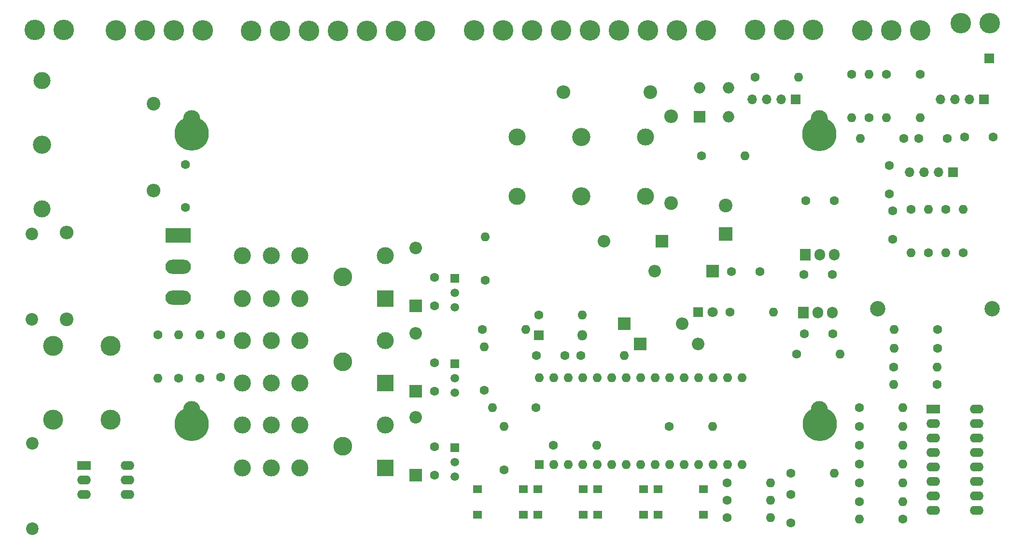
<source format=gbr>
%TF.GenerationSoftware,KiCad,Pcbnew,(5.1.10)-1*%
%TF.CreationDate,2021-10-30T11:26:45+02:00*%
%TF.ProjectId,portail_jc,706f7274-6169-46c5-9f6a-632e6b696361,rev?*%
%TF.SameCoordinates,Original*%
%TF.FileFunction,Soldermask,Top*%
%TF.FilePolarity,Negative*%
%FSLAX46Y46*%
G04 Gerber Fmt 4.6, Leading zero omitted, Abs format (unit mm)*
G04 Created by KiCad (PCBNEW (5.1.10)-1) date 2021-10-30 11:26:45*
%MOMM*%
%LPD*%
G01*
G04 APERTURE LIST*
%ADD10O,1.600000X1.600000*%
%ADD11C,1.600000*%
%ADD12O,2.200000X2.200000*%
%ADD13R,2.200000X2.200000*%
%ADD14C,3.500000*%
%ADD15C,2.200000*%
%ADD16O,1.700000X1.700000*%
%ADD17R,1.700000X1.700000*%
%ADD18C,3.600000*%
%ADD19R,1.600000X1.400000*%
%ADD20O,2.400000X2.400000*%
%ADD21C,2.400000*%
%ADD22C,3.300000*%
%ADD23C,3.000000*%
%ADD24R,3.000000X3.000000*%
%ADD25O,2.400000X1.600000*%
%ADD26R,2.400000X1.600000*%
%ADD27C,2.700000*%
%ADD28O,1.905000X2.000000*%
%ADD29R,1.905000X2.000000*%
%ADD30C,6.000000*%
%ADD31O,1.800000X1.800000*%
%ADD32R,1.800000X1.800000*%
%ADD33R,1.600000X1.600000*%
%ADD34R,2.400000X2.400000*%
%ADD35O,2.000000X2.000000*%
%ADD36R,2.000000X2.000000*%
%ADD37C,1.800000*%
%ADD38C,3.200000*%
%ADD39C,1.500000*%
%ADD40R,1.500000X1.500000*%
%ADD41R,4.500000X2.500000*%
%ADD42O,4.500000X2.500000*%
G04 APERTURE END LIST*
D10*
%TO.C,R41*%
X172720000Y-119126000D03*
D11*
X165100000Y-119126000D03*
%TD*%
%TO.C,C20*%
X234235000Y-65278000D03*
X229235000Y-65278000D03*
%TD*%
%TO.C,C19*%
X224028000Y-74977000D03*
X224028000Y-69977000D03*
%TD*%
%TO.C,C1*%
X224663000Y-82978000D03*
X224663000Y-77978000D03*
%TD*%
D12*
%TO.C,D3*%
X182880000Y-88500000D03*
D13*
X193040000Y-88500000D03*
%TD*%
D10*
%TO.C,R40*%
X198755000Y-68326000D03*
D11*
X191135000Y-68326000D03*
%TD*%
D14*
%TO.C,FL1*%
X87438000Y-114632000D03*
X87438000Y-101632000D03*
X77438000Y-114632000D03*
X77438000Y-101632000D03*
%TD*%
D11*
%TO.C,R22*%
X103124000Y-107315000D03*
D10*
X103124000Y-99695000D03*
%TD*%
%TO.C,R20*%
X99441000Y-99695000D03*
D11*
X99441000Y-107315000D03*
%TD*%
D15*
%TO.C,C18*%
X73787000Y-133745000D03*
X73787000Y-118745000D03*
%TD*%
%TO.C,C5*%
X73660000Y-82042000D03*
X73660000Y-97042000D03*
%TD*%
D16*
%TO.C,J8*%
X233045000Y-58420000D03*
X235585000Y-58420000D03*
X238125000Y-58420000D03*
D17*
X240665000Y-58420000D03*
%TD*%
D16*
%TO.C,J7*%
X227580000Y-71179500D03*
X230120000Y-71179500D03*
X232660000Y-71179500D03*
D17*
X235200000Y-71179500D03*
%TD*%
D16*
%TO.C,J11*%
X200025000Y-58420000D03*
X202565000Y-58420000D03*
X205105000Y-58420000D03*
D17*
X207645000Y-58420000D03*
%TD*%
D18*
%TO.C,J2*%
X103632000Y-46291500D03*
X98552000Y-46291500D03*
X93472000Y-46291500D03*
X88392000Y-46291500D03*
%TD*%
%TO.C,J4*%
X191833500Y-46291500D03*
X186753500Y-46291500D03*
X181673500Y-46291500D03*
X176593500Y-46291500D03*
X171513500Y-46291500D03*
X166433500Y-46291500D03*
X161353500Y-46291500D03*
X156273500Y-46291500D03*
X151193500Y-46291500D03*
%TD*%
%TO.C,J3*%
X142621000Y-46355000D03*
X137541000Y-46355000D03*
X132461000Y-46355000D03*
X127381000Y-46355000D03*
X122301000Y-46355000D03*
X117221000Y-46355000D03*
X112141000Y-46355000D03*
%TD*%
D10*
%TO.C,R5*%
X203200000Y-125730000D03*
D11*
X195580000Y-125730000D03*
%TD*%
D19*
%TO.C,Bp-Ent1*%
X183452000Y-131282000D03*
X191452000Y-131282000D03*
X183452000Y-126782000D03*
X191452000Y-126782000D03*
%TD*%
D10*
%TO.C,R39*%
X156464000Y-115824000D03*
D11*
X156464000Y-123444000D03*
%TD*%
D19*
%TO.C,BpEch1*%
X151829000Y-131282000D03*
X159829000Y-131282000D03*
X151829000Y-126782000D03*
X159829000Y-126782000D03*
%TD*%
D20*
%TO.C,D10*%
X166878000Y-57150000D03*
D21*
X182118000Y-57150000D03*
%TD*%
D20*
%TO.C,D4*%
X185801000Y-61341000D03*
D21*
X185801000Y-76581000D03*
%TD*%
D20*
%TO.C,D1*%
X79756000Y-81788000D03*
D21*
X79756000Y-97028000D03*
%TD*%
D10*
%TO.C,R38*%
X218821000Y-132080000D03*
D11*
X226441000Y-132080000D03*
%TD*%
D19*
%TO.C,Bp+1*%
X172911000Y-131282000D03*
X180911000Y-131282000D03*
X172911000Y-126782000D03*
X180911000Y-126782000D03*
%TD*%
%TO.C,Bp-1*%
X162370000Y-131301000D03*
X170370000Y-131301000D03*
X162370000Y-126801000D03*
X170370000Y-126801000D03*
%TD*%
D10*
%TO.C,R37*%
X229489000Y-61595000D03*
D11*
X229489000Y-53975000D03*
%TD*%
D22*
%TO.C,K4*%
X128181100Y-119301500D03*
D23*
X110636000Y-123048000D03*
X115636000Y-115548000D03*
X120636000Y-123048000D03*
X120636000Y-115548000D03*
X110636000Y-115548000D03*
X115636000Y-123048000D03*
X135636000Y-115548000D03*
D24*
X135636000Y-123048000D03*
%TD*%
D22*
%TO.C,K3*%
X128181100Y-104442500D03*
D23*
X110636000Y-108189000D03*
X115636000Y-100689000D03*
X120636000Y-108189000D03*
X120636000Y-100689000D03*
X110636000Y-100689000D03*
X115636000Y-108189000D03*
X135636000Y-100689000D03*
D24*
X135636000Y-108189000D03*
%TD*%
D22*
%TO.C,K2*%
X128181100Y-89583500D03*
D23*
X110636000Y-93330000D03*
X115636000Y-85830000D03*
X120636000Y-93330000D03*
X120636000Y-85830000D03*
X110636000Y-85830000D03*
X115636000Y-93330000D03*
X135636000Y-85830000D03*
D24*
X135636000Y-93330000D03*
%TD*%
D11*
%TO.C,C14*%
X144272000Y-119318000D03*
X144272000Y-124318000D03*
%TD*%
%TO.C,C13*%
X144272000Y-104586000D03*
X144272000Y-109586000D03*
%TD*%
%TO.C,C12*%
X144272000Y-89600000D03*
X144272000Y-94600000D03*
%TD*%
D10*
%TO.C,R23*%
X203200000Y-131826000D03*
D11*
X195580000Y-131826000D03*
%TD*%
D10*
%TO.C,R36*%
X233934000Y-85344000D03*
D11*
X233934000Y-77724000D03*
%TD*%
D10*
%TO.C,R27*%
X227838000Y-85344000D03*
D11*
X227838000Y-77724000D03*
%TD*%
%TO.C,C15*%
X209376000Y-76200000D03*
X214376000Y-76200000D03*
%TD*%
D10*
%TO.C,R6*%
X153162000Y-82550000D03*
D11*
X153162000Y-90170000D03*
%TD*%
D25*
%TO.C,U2*%
X239370000Y-112750000D03*
X231750000Y-130530000D03*
X239370000Y-115290000D03*
X231750000Y-127990000D03*
X239370000Y-117830000D03*
X231750000Y-125450000D03*
X239370000Y-120370000D03*
X231750000Y-122910000D03*
X239370000Y-122910000D03*
X231750000Y-120370000D03*
X239370000Y-125450000D03*
X231750000Y-117830000D03*
X239370000Y-127990000D03*
X231750000Y-115290000D03*
X239370000Y-130530000D03*
D26*
X231750000Y-112750000D03*
%TD*%
D11*
%TO.C,C16*%
X196342000Y-88646000D03*
X201342000Y-88646000D03*
%TD*%
D27*
%TO.C,H10*%
X242058000Y-95130000D03*
%TD*%
%TO.C,H9*%
X222000000Y-95130000D03*
%TD*%
D28*
%TO.C,U4*%
X214376000Y-85700000D03*
X211836000Y-85700000D03*
D29*
X209296000Y-85700000D03*
%TD*%
D11*
%TO.C,C10*%
X162132000Y-103378000D03*
X167132000Y-103378000D03*
%TD*%
%TO.C,C9*%
X214042000Y-89154000D03*
X209042000Y-89154000D03*
%TD*%
D23*
%TO.C,H3*%
X211759500Y-61800000D03*
%TD*%
D30*
%TO.C,H5*%
X211800000Y-64516000D03*
%TD*%
D23*
%TO.C,H1*%
X101743500Y-61800000D03*
%TD*%
D30*
%TO.C,H6*%
X101700000Y-64400000D03*
%TD*%
D23*
%TO.C,H2*%
X101743500Y-112800000D03*
%TD*%
D30*
%TO.C,H8*%
X101663500Y-115400000D03*
%TD*%
D23*
%TO.C,H4*%
X211783500Y-112800000D03*
%TD*%
D30*
%TO.C,H7*%
X211876000Y-115400000D03*
%TD*%
D12*
%TO.C,D5*%
X187706000Y-97790000D03*
D13*
X177546000Y-97790000D03*
%TD*%
D10*
%TO.C,R35*%
X223520000Y-61595000D03*
D11*
X223520000Y-53975000D03*
%TD*%
D10*
%TO.C,R34*%
X220472000Y-53975000D03*
D11*
X220472000Y-61595000D03*
%TD*%
D10*
%TO.C,R33*%
X217424000Y-61595000D03*
D11*
X217424000Y-53975000D03*
%TD*%
%TO.C,C8*%
X206750000Y-132750000D03*
X206750000Y-127750000D03*
%TD*%
%TO.C,C7*%
X242236000Y-65024000D03*
X237236000Y-65024000D03*
%TD*%
D31*
%TO.C,D14*%
X170180000Y-99822000D03*
D32*
X162560000Y-99822000D03*
%TD*%
D10*
%TO.C,R32*%
X160274000Y-98806000D03*
D11*
X152654000Y-98806000D03*
%TD*%
D10*
%TO.C,R31*%
X177546000Y-103378000D03*
D11*
X169926000Y-103378000D03*
%TD*%
%TO.C,R3*%
X207772000Y-103124000D03*
D10*
X215392000Y-103124000D03*
%TD*%
D12*
%TO.C,D13*%
X190500000Y-101346000D03*
D13*
X180340000Y-101346000D03*
%TD*%
D33*
%TO.C,A1*%
X162623500Y-122491500D03*
D10*
X195643500Y-107251500D03*
X165163500Y-122491500D03*
X193103500Y-107251500D03*
X167703500Y-122491500D03*
X190563500Y-107251500D03*
X170243500Y-122491500D03*
X188023500Y-107251500D03*
X172783500Y-122491500D03*
X185483500Y-107251500D03*
X175323500Y-122491500D03*
X182943500Y-107251500D03*
X177863500Y-122491500D03*
X180403500Y-107251500D03*
X180403500Y-122491500D03*
X177863500Y-107251500D03*
X182943500Y-122491500D03*
X175323500Y-107251500D03*
X185483500Y-122491500D03*
X172783500Y-107251500D03*
X188023500Y-122491500D03*
X170243500Y-107251500D03*
X190563500Y-122491500D03*
X167703500Y-107251500D03*
X193103500Y-122491500D03*
X165163500Y-107251500D03*
X195643500Y-122491500D03*
X162623500Y-107251500D03*
X198183500Y-122491500D03*
X198183500Y-107251500D03*
%TD*%
%TO.C,R30*%
X170180000Y-96266000D03*
D11*
X162560000Y-96266000D03*
%TD*%
D20*
%TO.C,R29*%
X94996000Y-74422000D03*
D21*
X94996000Y-59182000D03*
%TD*%
D11*
%TO.C,C6*%
X106807000Y-99688000D03*
X106807000Y-107188000D03*
%TD*%
%TO.C,C3*%
X100584000Y-77350000D03*
X100584000Y-69850000D03*
%TD*%
D34*
%TO.C,C2*%
X195326000Y-82042000D03*
D21*
X195326000Y-77042000D03*
%TD*%
D11*
%TO.C,C4*%
X209122000Y-99568000D03*
X214122000Y-99568000D03*
%TD*%
D35*
%TO.C,D2*%
X190754000Y-56388000D03*
X195834000Y-61468000D03*
X195834000Y-56388000D03*
D36*
X190754000Y-61468000D03*
%TD*%
D13*
%TO.C,D7*%
X140970000Y-94600000D03*
D12*
X140970000Y-84440000D03*
%TD*%
%TO.C,D8*%
X140970000Y-99426000D03*
D13*
X140970000Y-109586000D03*
%TD*%
D32*
%TO.C,D9*%
X190500000Y-95758000D03*
D37*
X193040000Y-95758000D03*
%TD*%
D13*
%TO.C,D11*%
X140970000Y-124318000D03*
D12*
X140970000Y-114158000D03*
%TD*%
D13*
%TO.C,D12*%
X184150000Y-83312000D03*
D12*
X173990000Y-83312000D03*
%TD*%
D38*
%TO.C,F1*%
X75438000Y-66368000D03*
D23*
X75438000Y-77618000D03*
X75438000Y-55118000D03*
%TD*%
%TO.C,F2*%
X158750000Y-65024000D03*
X181250000Y-65024000D03*
D38*
X170000000Y-65024000D03*
%TD*%
D23*
%TO.C,F4*%
X181283500Y-75438000D03*
X158783500Y-75438000D03*
D38*
X170033500Y-75438000D03*
%TD*%
D18*
%TO.C,J1*%
X74168000Y-46228000D03*
X79248000Y-46228000D03*
%TD*%
%TO.C,J5*%
X229425500Y-46291500D03*
X224345500Y-46291500D03*
X219265500Y-46291500D03*
%TD*%
%TO.C,J6*%
X236537500Y-45021500D03*
X241617500Y-45021500D03*
%TD*%
D17*
%TO.C,J9*%
X241554000Y-51181000D03*
%TD*%
D18*
%TO.C,J10*%
X200533000Y-46228000D03*
X205613000Y-46228000D03*
X210693000Y-46228000D03*
%TD*%
D39*
%TO.C,Q2*%
X147828000Y-92314000D03*
X147828000Y-94854000D03*
D40*
X147828000Y-89774000D03*
%TD*%
D39*
%TO.C,Q3*%
X147828000Y-107300000D03*
X147828000Y-109840000D03*
D40*
X147828000Y-104760000D03*
%TD*%
%TO.C,Q4*%
X147828000Y-119492000D03*
D39*
X147828000Y-124572000D03*
X147828000Y-122032000D03*
%TD*%
D41*
%TO.C,Q5*%
X99314000Y-82296000D03*
D42*
X99314000Y-87746000D03*
X99314000Y-93196000D03*
%TD*%
D11*
%TO.C,R1*%
X232410000Y-108458000D03*
D10*
X224790000Y-108458000D03*
%TD*%
D11*
%TO.C,R2*%
X200533000Y-54483000D03*
D10*
X208153000Y-54483000D03*
%TD*%
%TO.C,R4*%
X226410000Y-112514000D03*
D11*
X218790000Y-112514000D03*
%TD*%
D10*
%TO.C,R7*%
X153035000Y-101854000D03*
D11*
X153035000Y-109474000D03*
%TD*%
D10*
%TO.C,R8*%
X230886000Y-77724000D03*
D11*
X230886000Y-85344000D03*
%TD*%
%TO.C,R9*%
X236982000Y-85344000D03*
D10*
X236982000Y-77724000D03*
%TD*%
D11*
%TO.C,R10*%
X218790000Y-129024000D03*
D10*
X226410000Y-129024000D03*
%TD*%
%TO.C,R11*%
X226410000Y-125722000D03*
D11*
X218790000Y-125722000D03*
%TD*%
%TO.C,R12*%
X218790000Y-122420000D03*
D10*
X226410000Y-122420000D03*
%TD*%
%TO.C,R13*%
X226410000Y-119118000D03*
D11*
X218790000Y-119118000D03*
%TD*%
D10*
%TO.C,R14*%
X218948000Y-65278000D03*
D11*
X226568000Y-65278000D03*
%TD*%
%TO.C,R15*%
X232473500Y-102108000D03*
D10*
X224853500Y-102108000D03*
%TD*%
D11*
%TO.C,R16*%
X195580000Y-128778000D03*
D10*
X203200000Y-128778000D03*
%TD*%
D11*
%TO.C,R17*%
X196088000Y-95758000D03*
D10*
X203708000Y-95758000D03*
%TD*%
%TO.C,R18*%
X154432000Y-112522000D03*
D11*
X162052000Y-112522000D03*
%TD*%
D10*
%TO.C,R19*%
X95758000Y-107315000D03*
D11*
X95758000Y-99695000D03*
%TD*%
%TO.C,R21*%
X185420000Y-115824000D03*
D10*
X193040000Y-115824000D03*
%TD*%
%TO.C,R24*%
X226410000Y-115816000D03*
D11*
X218790000Y-115816000D03*
%TD*%
%TO.C,R25*%
X206800000Y-124000000D03*
D10*
X214420000Y-124000000D03*
%TD*%
%TO.C,R26*%
X232410000Y-105410000D03*
D11*
X224790000Y-105410000D03*
%TD*%
D10*
%TO.C,R28*%
X224901500Y-98806000D03*
D11*
X232521500Y-98806000D03*
%TD*%
D29*
%TO.C,U1*%
X209000000Y-95800000D03*
D28*
X211540000Y-95800000D03*
X214080000Y-95800000D03*
%TD*%
D26*
%TO.C,U3*%
X82804000Y-122682000D03*
D25*
X90424000Y-127762000D03*
X82804000Y-125222000D03*
X90424000Y-125222000D03*
X82804000Y-127762000D03*
X90424000Y-122682000D03*
%TD*%
M02*

</source>
